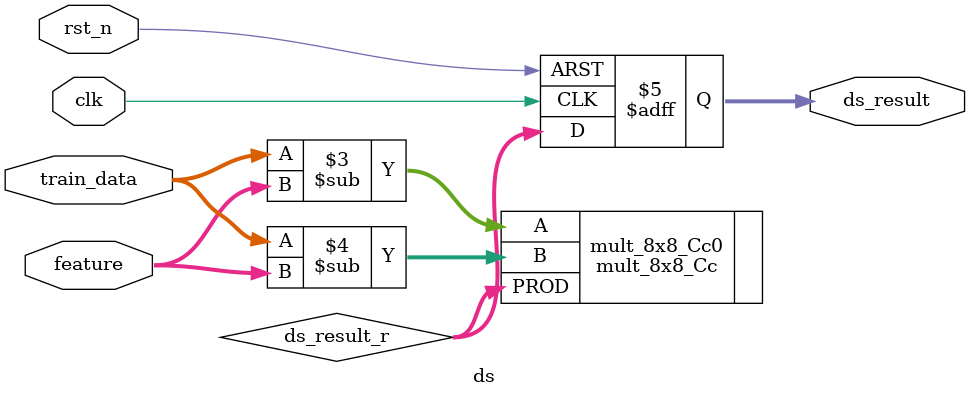
<source format=v>
module ds(
    input                   clk         ,     
    input                   rst_n       ,
    input       [ 7:0]   feature     ,
    input       [ 7:0]   train_data  ,

    output reg [15:0]   ds_result
);



wire  [15:0]   ds_result_r;



always@(posedge clk or negedge rst_n)begin
    if(!rst_n) begin   
        ds_result <= 16'd0;
    end
    else begin
        ds_result <= ds_result_r;
    end
end


mult_8x8_Cc mult_8x8_Cc0(

    .A   (train_data - feature),
    .B   (train_data - feature),

    .PROD(ds_result_r)
);

endmodule
</source>
